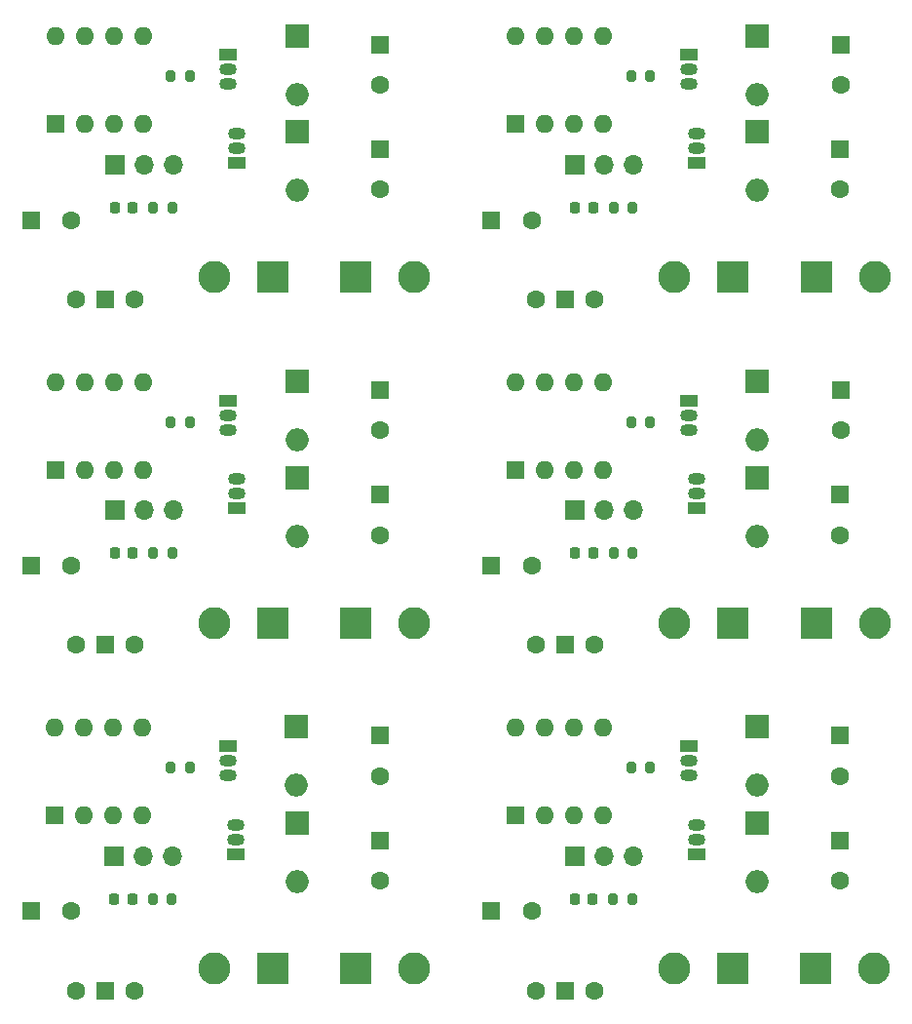
<source format=gts>
%TF.GenerationSoftware,KiCad,Pcbnew,8.0.6*%
%TF.CreationDate,2024-10-21T19:05:51+09:00*%
%TF.ProjectId,pcb_dcdc,7063625f-6463-4646-932e-6b696361645f,rev?*%
%TF.SameCoordinates,Original*%
%TF.FileFunction,Soldermask,Top*%
%TF.FilePolarity,Negative*%
%FSLAX46Y46*%
G04 Gerber Fmt 4.6, Leading zero omitted, Abs format (unit mm)*
G04 Created by KiCad (PCBNEW 8.0.6) date 2024-10-21 19:05:51*
%MOMM*%
%LPD*%
G01*
G04 APERTURE LIST*
G04 Aperture macros list*
%AMRoundRect*
0 Rectangle with rounded corners*
0 $1 Rounding radius*
0 $2 $3 $4 $5 $6 $7 $8 $9 X,Y pos of 4 corners*
0 Add a 4 corners polygon primitive as box body*
4,1,4,$2,$3,$4,$5,$6,$7,$8,$9,$2,$3,0*
0 Add four circle primitives for the rounded corners*
1,1,$1+$1,$2,$3*
1,1,$1+$1,$4,$5*
1,1,$1+$1,$6,$7*
1,1,$1+$1,$8,$9*
0 Add four rect primitives between the rounded corners*
20,1,$1+$1,$2,$3,$4,$5,0*
20,1,$1+$1,$4,$5,$6,$7,0*
20,1,$1+$1,$6,$7,$8,$9,0*
20,1,$1+$1,$8,$9,$2,$3,0*%
G04 Aperture macros list end*
%ADD10R,2.800000X2.800000*%
%ADD11C,2.800000*%
%ADD12R,1.500000X1.500000*%
%ADD13C,1.600000*%
%ADD14RoundRect,0.200000X-0.200000X-0.275000X0.200000X-0.275000X0.200000X0.275000X-0.200000X0.275000X0*%
%ADD15R,1.600000X1.600000*%
%ADD16R,2.000000X2.000000*%
%ADD17O,2.000000X2.000000*%
%ADD18R,1.500000X1.050000*%
%ADD19O,1.500000X1.050000*%
%ADD20O,1.600000X1.600000*%
%ADD21R,1.700000X1.700000*%
%ADD22O,1.700000X1.700000*%
%ADD23RoundRect,0.218750X0.218750X0.256250X-0.218750X0.256250X-0.218750X-0.256250X0.218750X-0.256250X0*%
G04 APERTURE END LIST*
D10*
%TO.C,IN*%
X133945000Y-64130000D03*
D11*
X128865000Y-64130000D03*
%TD*%
D12*
%TO.C,SW2*%
X119380000Y-66030000D03*
D13*
X121920000Y-66030000D03*
X116840000Y-66030000D03*
%TD*%
D14*
%TO.C,R2*%
X125095000Y-46670000D03*
X126745000Y-46670000D03*
%TD*%
D15*
%TO.C,C1*%
X112950000Y-59160000D03*
D13*
X116450000Y-59160000D03*
%TD*%
D14*
%TO.C,R1*%
X123555000Y-58080000D03*
X125205000Y-58080000D03*
%TD*%
D10*
%TO.C,OUT*%
X141155000Y-64130000D03*
D11*
X146235000Y-64130000D03*
%TD*%
D16*
%TO.C,D3*%
X136070000Y-51510000D03*
D17*
X136070000Y-56590000D03*
%TD*%
D18*
%TO.C,Q2*%
X130790000Y-54180000D03*
D19*
X130790000Y-52910000D03*
X130790000Y-51640000D03*
%TD*%
D16*
%TO.C,D2*%
X136040000Y-43140000D03*
D17*
X136040000Y-48220000D03*
%TD*%
D15*
%TO.C,U1*%
X115040000Y-50830000D03*
D20*
X117580000Y-50830000D03*
X120120000Y-50830000D03*
X122660000Y-50830000D03*
X122660000Y-43210000D03*
X120120000Y-43210000D03*
X117580000Y-43210000D03*
X115040000Y-43210000D03*
%TD*%
D10*
%TO.C,IN*%
X133925000Y-124130000D03*
D11*
X128845000Y-124130000D03*
%TD*%
D21*
%TO.C,RV1*%
X120190000Y-114360000D03*
D22*
X122730000Y-114360000D03*
X125270000Y-114360000D03*
%TD*%
D18*
%TO.C,Q1*%
X130070000Y-104810000D03*
D19*
X130070000Y-106080000D03*
X130070000Y-107350000D03*
%TD*%
D15*
%TO.C,C2*%
X143250000Y-52997349D03*
D13*
X143250000Y-56497349D03*
%TD*%
D10*
%TO.C,OUT*%
X141135000Y-124130000D03*
D11*
X146215000Y-124130000D03*
%TD*%
D14*
%TO.C,R2*%
X125075000Y-106670000D03*
X126725000Y-106670000D03*
%TD*%
D21*
%TO.C,RV1*%
X120210000Y-54360000D03*
D22*
X122750000Y-54360000D03*
X125290000Y-54360000D03*
%TD*%
D18*
%TO.C,Q1*%
X130090000Y-44810000D03*
D19*
X130090000Y-46080000D03*
X130090000Y-47350000D03*
%TD*%
D15*
%TO.C,C3*%
X143280000Y-43910000D03*
D13*
X143280000Y-47410000D03*
%TD*%
D23*
%TO.C,D1*%
X121780000Y-58080000D03*
X120205000Y-58080000D03*
%TD*%
D15*
%TO.C,C2*%
X143230000Y-112997349D03*
D13*
X143230000Y-116497349D03*
%TD*%
D15*
%TO.C,C3*%
X143260000Y-103910000D03*
D13*
X143260000Y-107410000D03*
%TD*%
D23*
%TO.C,D1*%
X121760000Y-118080000D03*
X120185000Y-118080000D03*
%TD*%
D16*
%TO.C,D3*%
X136050000Y-111510000D03*
D17*
X136050000Y-116590000D03*
%TD*%
D18*
%TO.C,Q2*%
X130770000Y-114180000D03*
D19*
X130770000Y-112910000D03*
X130770000Y-111640000D03*
%TD*%
D16*
%TO.C,D2*%
X136020000Y-103140000D03*
D17*
X136020000Y-108220000D03*
%TD*%
D15*
%TO.C,U1*%
X115020000Y-110830000D03*
D20*
X117560000Y-110830000D03*
X120100000Y-110830000D03*
X122640000Y-110830000D03*
X122640000Y-103210000D03*
X120100000Y-103210000D03*
X117560000Y-103210000D03*
X115020000Y-103210000D03*
%TD*%
D10*
%TO.C,IN*%
X133945000Y-94130000D03*
D11*
X128865000Y-94130000D03*
%TD*%
D21*
%TO.C,RV1*%
X120210000Y-84360000D03*
D22*
X122750000Y-84360000D03*
X125290000Y-84360000D03*
%TD*%
D18*
%TO.C,Q1*%
X130090000Y-74810000D03*
D19*
X130090000Y-76080000D03*
X130090000Y-77350000D03*
%TD*%
D15*
%TO.C,C3*%
X143280000Y-73910000D03*
D13*
X143280000Y-77410000D03*
%TD*%
D23*
%TO.C,D1*%
X121780000Y-88080000D03*
X120205000Y-88080000D03*
%TD*%
D16*
%TO.C,D3*%
X136070000Y-81510000D03*
D17*
X136070000Y-86590000D03*
%TD*%
D18*
%TO.C,Q2*%
X130790000Y-84180000D03*
D19*
X130790000Y-82910000D03*
X130790000Y-81640000D03*
%TD*%
D16*
%TO.C,D2*%
X136040000Y-73140000D03*
D17*
X136040000Y-78220000D03*
%TD*%
D15*
%TO.C,U1*%
X115040000Y-80830000D03*
D20*
X117580000Y-80830000D03*
X120120000Y-80830000D03*
X122660000Y-80830000D03*
X122660000Y-73210000D03*
X120120000Y-73210000D03*
X117580000Y-73210000D03*
X115040000Y-73210000D03*
%TD*%
D15*
%TO.C,C2*%
X143250000Y-82997349D03*
D13*
X143250000Y-86497349D03*
%TD*%
D15*
%TO.C,C1*%
X112950000Y-89160000D03*
D13*
X116450000Y-89160000D03*
%TD*%
D14*
%TO.C,R1*%
X123535000Y-118080000D03*
X125185000Y-118080000D03*
%TD*%
%TO.C,R2*%
X125095000Y-76670000D03*
X126745000Y-76670000D03*
%TD*%
D12*
%TO.C,SW2*%
X119380000Y-96030000D03*
D13*
X121920000Y-96030000D03*
X116840000Y-96030000D03*
%TD*%
D10*
%TO.C,OUT*%
X141155000Y-94130000D03*
D11*
X146235000Y-94130000D03*
%TD*%
D14*
%TO.C,R1*%
X123555000Y-88080000D03*
X125205000Y-88080000D03*
%TD*%
D12*
%TO.C,SW2*%
X119360000Y-126030000D03*
D13*
X121900000Y-126030000D03*
X116820000Y-126030000D03*
%TD*%
D15*
%TO.C,C1*%
X112930000Y-119160000D03*
D13*
X116430000Y-119160000D03*
%TD*%
D10*
%TO.C,IN*%
X173945000Y-64130000D03*
D11*
X168865000Y-64130000D03*
%TD*%
D21*
%TO.C,RV1*%
X160210000Y-54360000D03*
D22*
X162750000Y-54360000D03*
X165290000Y-54360000D03*
%TD*%
D18*
%TO.C,Q1*%
X170090000Y-44810000D03*
D19*
X170090000Y-46080000D03*
X170090000Y-47350000D03*
%TD*%
D15*
%TO.C,C3*%
X183280000Y-43910000D03*
D13*
X183280000Y-47410000D03*
%TD*%
D23*
%TO.C,D1*%
X161780000Y-58080000D03*
X160205000Y-58080000D03*
%TD*%
D16*
%TO.C,D3*%
X176070000Y-51510000D03*
D17*
X176070000Y-56590000D03*
%TD*%
D18*
%TO.C,Q2*%
X170790000Y-54180000D03*
D19*
X170790000Y-52910000D03*
X170790000Y-51640000D03*
%TD*%
D16*
%TO.C,D2*%
X176040000Y-43140000D03*
D17*
X176040000Y-48220000D03*
%TD*%
D15*
%TO.C,U1*%
X155040000Y-50830000D03*
D20*
X157580000Y-50830000D03*
X160120000Y-50830000D03*
X162660000Y-50830000D03*
X162660000Y-43210000D03*
X160120000Y-43210000D03*
X157580000Y-43210000D03*
X155040000Y-43210000D03*
%TD*%
D15*
%TO.C,C2*%
X183250000Y-52997349D03*
D13*
X183250000Y-56497349D03*
%TD*%
D15*
%TO.C,C1*%
X152950000Y-59160000D03*
D13*
X156450000Y-59160000D03*
%TD*%
D14*
%TO.C,R2*%
X165095000Y-46670000D03*
X166745000Y-46670000D03*
%TD*%
D12*
%TO.C,SW2*%
X159380000Y-66030000D03*
D13*
X161920000Y-66030000D03*
X156840000Y-66030000D03*
%TD*%
D10*
%TO.C,OUT*%
X181155000Y-64130000D03*
D11*
X186235000Y-64130000D03*
%TD*%
D14*
%TO.C,R1*%
X163555000Y-58080000D03*
X165205000Y-58080000D03*
%TD*%
D10*
%TO.C,IN*%
X173925000Y-124130000D03*
D11*
X168845000Y-124130000D03*
%TD*%
D21*
%TO.C,RV1*%
X160190000Y-114360000D03*
D22*
X162730000Y-114360000D03*
X165270000Y-114360000D03*
%TD*%
D18*
%TO.C,Q1*%
X170070000Y-104810000D03*
D19*
X170070000Y-106080000D03*
X170070000Y-107350000D03*
%TD*%
D15*
%TO.C,C3*%
X183260000Y-103910000D03*
D13*
X183260000Y-107410000D03*
%TD*%
D23*
%TO.C,D1*%
X161760000Y-118080000D03*
X160185000Y-118080000D03*
%TD*%
D16*
%TO.C,D3*%
X176050000Y-111510000D03*
D17*
X176050000Y-116590000D03*
%TD*%
D18*
%TO.C,Q2*%
X170770000Y-114180000D03*
D19*
X170770000Y-112910000D03*
X170770000Y-111640000D03*
%TD*%
D16*
%TO.C,D2*%
X176020000Y-103140000D03*
D17*
X176020000Y-108220000D03*
%TD*%
D15*
%TO.C,U1*%
X155020000Y-110830000D03*
D20*
X157560000Y-110830000D03*
X160100000Y-110830000D03*
X162640000Y-110830000D03*
X162640000Y-103210000D03*
X160100000Y-103210000D03*
X157560000Y-103210000D03*
X155020000Y-103210000D03*
%TD*%
D15*
%TO.C,C2*%
X183230000Y-112997349D03*
D13*
X183230000Y-116497349D03*
%TD*%
D15*
%TO.C,C1*%
X152930000Y-119160000D03*
D13*
X156430000Y-119160000D03*
%TD*%
D14*
%TO.C,R2*%
X165075000Y-106670000D03*
X166725000Y-106670000D03*
%TD*%
D12*
%TO.C,SW2*%
X159360000Y-126030000D03*
D13*
X161900000Y-126030000D03*
X156820000Y-126030000D03*
%TD*%
D10*
%TO.C,OUT*%
X181135000Y-124130000D03*
D11*
X186215000Y-124130000D03*
%TD*%
D14*
%TO.C,R1*%
X163535000Y-118080000D03*
X165185000Y-118080000D03*
%TD*%
%TO.C,R2*%
X165095000Y-76670000D03*
X166745000Y-76670000D03*
%TD*%
D12*
%TO.C,SW2*%
X159380000Y-96030000D03*
D13*
X161920000Y-96030000D03*
X156840000Y-96030000D03*
%TD*%
D10*
%TO.C,OUT*%
X181155000Y-94130000D03*
D11*
X186235000Y-94130000D03*
%TD*%
D14*
%TO.C,R1*%
X163555000Y-88080000D03*
X165205000Y-88080000D03*
%TD*%
D16*
%TO.C,D2*%
X176040000Y-73140000D03*
D17*
X176040000Y-78220000D03*
%TD*%
D15*
%TO.C,U1*%
X155040000Y-80830000D03*
D20*
X157580000Y-80830000D03*
X160120000Y-80830000D03*
X162660000Y-80830000D03*
X162660000Y-73210000D03*
X160120000Y-73210000D03*
X157580000Y-73210000D03*
X155040000Y-73210000D03*
%TD*%
D16*
%TO.C,D3*%
X176070000Y-81510000D03*
D17*
X176070000Y-86590000D03*
%TD*%
D18*
%TO.C,Q2*%
X170790000Y-84180000D03*
D19*
X170790000Y-82910000D03*
X170790000Y-81640000D03*
%TD*%
D23*
%TO.C,D1*%
X161780000Y-88080000D03*
X160205000Y-88080000D03*
%TD*%
D10*
%TO.C,IN*%
X173945000Y-94130000D03*
D11*
X168865000Y-94130000D03*
%TD*%
D21*
%TO.C,RV1*%
X160210000Y-84360000D03*
D22*
X162750000Y-84360000D03*
X165290000Y-84360000D03*
%TD*%
D18*
%TO.C,Q1*%
X170090000Y-74810000D03*
D19*
X170090000Y-76080000D03*
X170090000Y-77350000D03*
%TD*%
D15*
%TO.C,C1*%
X152950000Y-89160000D03*
D13*
X156450000Y-89160000D03*
%TD*%
D15*
%TO.C,C3*%
X183280000Y-73910000D03*
D13*
X183280000Y-77410000D03*
%TD*%
D15*
%TO.C,C2*%
X183250000Y-82997349D03*
D13*
X183250000Y-86497349D03*
%TD*%
M02*

</source>
